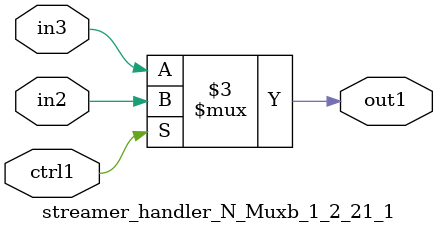
<source format=v>

`timescale 1ps / 1ps


module streamer_handler_N_Muxb_1_2_21_1( in3, in2, ctrl1, out1 );

    input in3;
    input in2;
    input ctrl1;
    output out1;
    reg out1;

    
    // rtl_process:streamer_handler_N_Muxb_1_2_21_1/streamer_handler_N_Muxb_1_2_21_1_thread_1
    always @*
      begin : streamer_handler_N_Muxb_1_2_21_1_thread_1
        case (ctrl1) 
          1'b1: 
            begin
              out1 = in2;
            end
          default: 
            begin
              out1 = in3;
            end
        endcase
      end

endmodule



</source>
